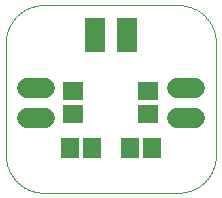
<source format=gbs>
G75*
%MOIN*%
%OFA0B0*%
%FSLAX25Y25*%
%IPPOS*%
%LPD*%
%AMOC8*
5,1,8,0,0,1.08239X$1,22.5*
%
%ADD10C,0.00394*%
%ADD11R,0.05918X0.06706*%
%ADD12R,0.06706X0.05918*%
%ADD13C,0.06800*%
%ADD14R,0.06706X0.11430*%
D10*
X0015050Y0018078D02*
X0060050Y0018078D01*
X0060352Y0018082D01*
X0060654Y0018093D01*
X0060955Y0018111D01*
X0061256Y0018136D01*
X0061557Y0018169D01*
X0061856Y0018209D01*
X0062154Y0018256D01*
X0062452Y0018311D01*
X0062747Y0018372D01*
X0063041Y0018441D01*
X0063334Y0018517D01*
X0063624Y0018600D01*
X0063913Y0018690D01*
X0064199Y0018787D01*
X0064483Y0018890D01*
X0064764Y0019001D01*
X0065042Y0019118D01*
X0065318Y0019242D01*
X0065590Y0019373D01*
X0065859Y0019510D01*
X0066125Y0019653D01*
X0066387Y0019803D01*
X0066646Y0019960D01*
X0066900Y0020122D01*
X0067151Y0020291D01*
X0067397Y0020465D01*
X0067640Y0020646D01*
X0067877Y0020832D01*
X0068111Y0021024D01*
X0068339Y0021222D01*
X0068563Y0021425D01*
X0068781Y0021633D01*
X0068995Y0021847D01*
X0069203Y0022065D01*
X0069406Y0022289D01*
X0069604Y0022517D01*
X0069796Y0022751D01*
X0069982Y0022988D01*
X0070163Y0023231D01*
X0070337Y0023477D01*
X0070506Y0023728D01*
X0070668Y0023982D01*
X0070825Y0024241D01*
X0070975Y0024503D01*
X0071118Y0024769D01*
X0071255Y0025038D01*
X0071386Y0025310D01*
X0071510Y0025586D01*
X0071627Y0025864D01*
X0071738Y0026145D01*
X0071841Y0026429D01*
X0071938Y0026715D01*
X0072028Y0027004D01*
X0072111Y0027294D01*
X0072187Y0027587D01*
X0072256Y0027881D01*
X0072317Y0028176D01*
X0072372Y0028474D01*
X0072419Y0028772D01*
X0072459Y0029071D01*
X0072492Y0029372D01*
X0072517Y0029673D01*
X0072535Y0029974D01*
X0072546Y0030276D01*
X0072550Y0030578D01*
X0072550Y0068078D01*
X0072546Y0068380D01*
X0072535Y0068682D01*
X0072517Y0068983D01*
X0072492Y0069284D01*
X0072459Y0069585D01*
X0072419Y0069884D01*
X0072372Y0070182D01*
X0072317Y0070480D01*
X0072256Y0070775D01*
X0072187Y0071069D01*
X0072111Y0071362D01*
X0072028Y0071652D01*
X0071938Y0071941D01*
X0071841Y0072227D01*
X0071738Y0072511D01*
X0071627Y0072792D01*
X0071510Y0073070D01*
X0071386Y0073346D01*
X0071255Y0073618D01*
X0071118Y0073887D01*
X0070975Y0074153D01*
X0070825Y0074415D01*
X0070668Y0074674D01*
X0070506Y0074928D01*
X0070337Y0075179D01*
X0070163Y0075425D01*
X0069982Y0075668D01*
X0069796Y0075905D01*
X0069604Y0076139D01*
X0069406Y0076367D01*
X0069203Y0076591D01*
X0068995Y0076809D01*
X0068781Y0077023D01*
X0068563Y0077231D01*
X0068339Y0077434D01*
X0068111Y0077632D01*
X0067877Y0077824D01*
X0067640Y0078010D01*
X0067397Y0078191D01*
X0067151Y0078365D01*
X0066900Y0078534D01*
X0066646Y0078696D01*
X0066387Y0078853D01*
X0066125Y0079003D01*
X0065859Y0079146D01*
X0065590Y0079283D01*
X0065318Y0079414D01*
X0065042Y0079538D01*
X0064764Y0079655D01*
X0064483Y0079766D01*
X0064199Y0079869D01*
X0063913Y0079966D01*
X0063624Y0080056D01*
X0063334Y0080139D01*
X0063041Y0080215D01*
X0062747Y0080284D01*
X0062452Y0080345D01*
X0062154Y0080400D01*
X0061856Y0080447D01*
X0061557Y0080487D01*
X0061256Y0080520D01*
X0060955Y0080545D01*
X0060654Y0080563D01*
X0060352Y0080574D01*
X0060050Y0080578D01*
X0015050Y0080578D01*
X0014748Y0080574D01*
X0014446Y0080563D01*
X0014145Y0080545D01*
X0013844Y0080520D01*
X0013543Y0080487D01*
X0013244Y0080447D01*
X0012946Y0080400D01*
X0012648Y0080345D01*
X0012353Y0080284D01*
X0012059Y0080215D01*
X0011766Y0080139D01*
X0011476Y0080056D01*
X0011187Y0079966D01*
X0010901Y0079869D01*
X0010617Y0079766D01*
X0010336Y0079655D01*
X0010058Y0079538D01*
X0009782Y0079414D01*
X0009510Y0079283D01*
X0009241Y0079146D01*
X0008975Y0079003D01*
X0008713Y0078853D01*
X0008454Y0078696D01*
X0008200Y0078534D01*
X0007949Y0078365D01*
X0007703Y0078191D01*
X0007460Y0078010D01*
X0007223Y0077824D01*
X0006989Y0077632D01*
X0006761Y0077434D01*
X0006537Y0077231D01*
X0006319Y0077023D01*
X0006105Y0076809D01*
X0005897Y0076591D01*
X0005694Y0076367D01*
X0005496Y0076139D01*
X0005304Y0075905D01*
X0005118Y0075668D01*
X0004937Y0075425D01*
X0004763Y0075179D01*
X0004594Y0074928D01*
X0004432Y0074674D01*
X0004275Y0074415D01*
X0004125Y0074153D01*
X0003982Y0073887D01*
X0003845Y0073618D01*
X0003714Y0073346D01*
X0003590Y0073070D01*
X0003473Y0072792D01*
X0003362Y0072511D01*
X0003259Y0072227D01*
X0003162Y0071941D01*
X0003072Y0071652D01*
X0002989Y0071362D01*
X0002913Y0071069D01*
X0002844Y0070775D01*
X0002783Y0070480D01*
X0002728Y0070182D01*
X0002681Y0069884D01*
X0002641Y0069585D01*
X0002608Y0069284D01*
X0002583Y0068983D01*
X0002565Y0068682D01*
X0002554Y0068380D01*
X0002550Y0068078D01*
X0002550Y0030578D01*
X0002554Y0030276D01*
X0002565Y0029974D01*
X0002583Y0029673D01*
X0002608Y0029372D01*
X0002641Y0029071D01*
X0002681Y0028772D01*
X0002728Y0028474D01*
X0002783Y0028176D01*
X0002844Y0027881D01*
X0002913Y0027587D01*
X0002989Y0027294D01*
X0003072Y0027004D01*
X0003162Y0026715D01*
X0003259Y0026429D01*
X0003362Y0026145D01*
X0003473Y0025864D01*
X0003590Y0025586D01*
X0003714Y0025310D01*
X0003845Y0025038D01*
X0003982Y0024769D01*
X0004125Y0024503D01*
X0004275Y0024241D01*
X0004432Y0023982D01*
X0004594Y0023728D01*
X0004763Y0023477D01*
X0004937Y0023231D01*
X0005118Y0022988D01*
X0005304Y0022751D01*
X0005496Y0022517D01*
X0005694Y0022289D01*
X0005897Y0022065D01*
X0006105Y0021847D01*
X0006319Y0021633D01*
X0006537Y0021425D01*
X0006761Y0021222D01*
X0006989Y0021024D01*
X0007223Y0020832D01*
X0007460Y0020646D01*
X0007703Y0020465D01*
X0007949Y0020291D01*
X0008200Y0020122D01*
X0008454Y0019960D01*
X0008713Y0019803D01*
X0008975Y0019653D01*
X0009241Y0019510D01*
X0009510Y0019373D01*
X0009782Y0019242D01*
X0010058Y0019118D01*
X0010336Y0019001D01*
X0010617Y0018890D01*
X0010901Y0018787D01*
X0011187Y0018690D01*
X0011476Y0018600D01*
X0011766Y0018517D01*
X0012059Y0018441D01*
X0012353Y0018372D01*
X0012648Y0018311D01*
X0012946Y0018256D01*
X0013244Y0018209D01*
X0013543Y0018169D01*
X0013844Y0018136D01*
X0014145Y0018111D01*
X0014446Y0018093D01*
X0014748Y0018082D01*
X0015050Y0018078D01*
D11*
X0023810Y0033078D03*
X0031290Y0033078D03*
X0043810Y0033078D03*
X0051290Y0033078D03*
D12*
X0050050Y0044337D03*
X0050050Y0051818D03*
X0025050Y0051818D03*
X0025050Y0044337D03*
D13*
X0015550Y0043078D02*
X0009550Y0043078D01*
X0009550Y0053078D02*
X0015550Y0053078D01*
X0059550Y0053078D02*
X0065550Y0053078D01*
X0065550Y0043078D02*
X0059550Y0043078D01*
D14*
X0042865Y0070617D03*
X0032235Y0070538D03*
M02*

</source>
